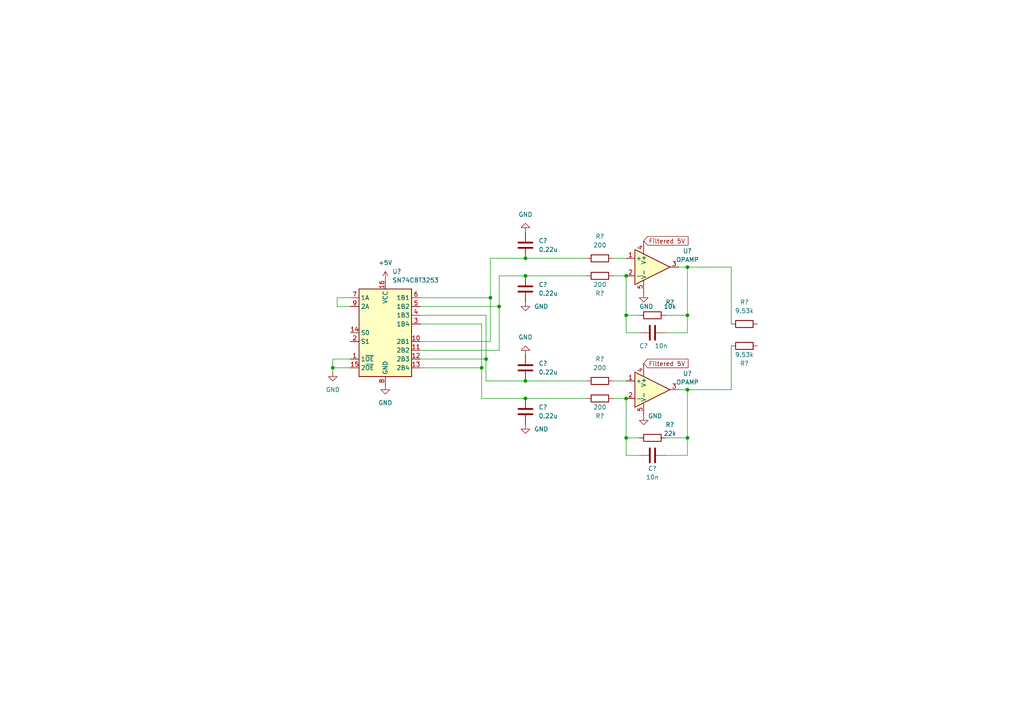
<source format=kicad_sch>
(kicad_sch (version 20211123) (generator eeschema)
  (paper "A4")
  (lib_symbols
    (symbol "Analog_Switch:SN74CBT3253"
      (property "Reference" "U" (at -7.62 13.97 0))
      (property "Value" "SN74CBT3253" (at -11.43 -13.97 0))
      (symbol "SN74CBT3253_0_1"
        (rectangle (start -7.62 12.7) (end 7.62 -12.7) (stroke (width 0.254)) (fill (type background)))
        (rectangle (start 7.62 -12.7) (end 7.62 -12.7))
      )
      (symbol "SN74CBT3253_1_1"
        (pin input line (at -10.16 -7.62 0) (length 2.54) (name "1~{OE}") (number "1"))
        (pin bidirectional line (at 10.16 -2.54 180) (length 2.54) (name "2B1") (number "10"))
        (pin bidirectional line (at 10.16 -5.08 180) (length 2.54) (name "2B2") (number "11"))
        (pin bidirectional line (at 10.16 -7.62 180) (length 2.54) (name "2B3") (number "12"))
        (pin bidirectional line (at 10.16 -10.16 180) (length 2.54) (name "2B4") (number "13"))
        (pin input line (at -10.16 0 0) (length 2.54) (name "S0") (number "14"))
        (pin input line (at -10.16 -10.16 0) (length 2.54) (name "2~{OE}") (number "15"))
        (pin power_in line (at 0 15.24 270) (length 2.54) (name "VCC") (number "16"))
        (pin input line (at -10.16 -2.54 0) (length 2.54) (name "S1") (number "2"))
        (pin bidirectional line (at 10.16 2.54 180) (length 2.54) (name "1B4") (number "3"))
        (pin bidirectional line (at 10.16 5.08 180) (length 2.54) (name "1B3") (number "4"))
        (pin bidirectional line (at 10.16 7.62 180) (length 2.54) (name "1B2") (number "5"))
        (pin bidirectional line (at 10.16 10.16 180) (length 2.54) (name "1B1") (number "6"))
        (pin bidirectional line (at -10.16 10.16 0) (length 2.54) (name "1A") (number "7"))
        (pin power_in line (at 0 -15.24 90) (length 2.54) (name "GND") (number "8"))
        (pin bidirectional line (at -10.16 7.62 0) (length 2.54) (name "2A") (number "9"))
      )
    )
    (symbol "Device:C" (pin_numbers hide) (pin_names (offset 0.254))
      (property "Reference" "C" (at 0.635 2.54 0))
      (property "Value" "C" (at 0.635 -2.54 0))
      (symbol "C_0_1"
        (polyline (pts (xy -2.032 -0.762) (xy 2.032 -0.762)) (stroke (width 0.508)))
        (polyline (pts (xy -2.032 0.762) (xy 2.032 0.762)) (stroke (width 0.508)))
      )
      (symbol "C_1_1"
        (pin passive line (at 0 3.81 270) (length 2.794) (name "~") (number "1"))
        (pin passive line (at 0 -3.81 90) (length 2.794) (name "~") (number "2"))
      )
    )
    (symbol "Device:R" (pin_numbers hide) (pin_names (offset 0))
      (property "Reference" "R" (at 2.032 0 90))
      (property "Value" "R" (at 0 0 90))
      (symbol "R_0_1"
        (rectangle (start -1.016 -2.54) (end 1.016 2.54) (stroke (width 0.254)))
      )
      (symbol "R_1_1"
        (pin passive line (at 0 3.81 270) (length 1.27) (name "~") (number "1"))
        (pin passive line (at 0 -3.81 90) (length 1.27) (name "~") (number "2"))
      )
    )
    (symbol "power:+5V" (power) (pin_names (offset 0))
      (property "Value" "+5V" (at 0 3.556 0))
      (symbol "+5V_0_1"
        (polyline (pts (xy -0.762 1.27) (xy 0 2.54)))
        (polyline (pts (xy 0 0) (xy 0 2.54)))
        (polyline (pts (xy 0 2.54) (xy 0.762 1.27)))
      )
      (symbol "+5V_1_1"
        (pin power_in line (at 0 0 90) (length 0) hide (name "+5V") (number "1"))
      )
    )
    (symbol "power:GND" (power) (pin_names (offset 0))
      (property "Value" "GND" (at 0 -3.81 0))
      (symbol "GND_0_1"
        (polyline (pts (xy 0 0) (xy 0 -1.27) (xy 1.27 -1.27) (xy 0 -2.54) (xy -1.27 -1.27) (xy 0 -1.27)))
      )
      (symbol "GND_1_1"
        (pin power_in line (at 0 0 270) (length 0) hide (name "GND") (number "1"))
      )
    )
    (symbol "pspice:OPAMP" (pin_names (offset 0.254))
      (property "Reference" "U" (at 3.81 3.175 0))
      (property "Value" "OPAMP" (at 3.81 -3.175 0))
      (symbol "OPAMP_0_1"
        (polyline (pts (xy 5.08 0) (xy -5.08 5.08) (xy -5.08 -5.08) (xy 5.08 0)) (stroke (width 0.254)) (fill (type background)))
      )
      (symbol "OPAMP_1_1"
        (pin input line (at -7.62 2.54 0) (length 2.54) (name "+") (number "1"))
        (pin input line (at -7.62 -2.54 0) (length 2.54) (name "-") (number "2"))
        (pin output line (at 7.62 0 180) (length 2.54) (name "~") (number "3"))
        (pin power_in line (at -2.54 7.62 270) (length 3.81) (name "V+") (number "4"))
        (pin power_in line (at -2.54 -7.62 90) (length 3.81) (name "V-") (number "5"))
      )
    )
  )
  (junction (at 142.24 86.36))
  (junction (at 139.7 106.68))
  (junction (at 140.97 104.14))
  (junction (at 152.4 115.57))
  (junction (at 199.39 127))
  (junction (at 181.61 80.01))
  (junction (at 181.61 127))
  (junction (at 199.39 77.47))
  (junction (at 144.78 88.9))
  (junction (at 181.61 115.57))
  (junction (at 152.4 110.49))
  (junction (at 152.4 80.01))
  (junction (at 199.39 113.03))
  (junction (at 199.39 91.44))
  (junction (at 96.52 106.68))
  (junction (at 152.4 74.93))
  (junction (at 181.61 91.44))
  (wire (pts (xy 96.52 106.68) (xy 101.6 106.68)))
  (wire (pts (xy 199.39 113.03) (xy 196.85 113.03)))
  (wire (pts (xy 199.39 127) (xy 199.39 113.03)))
  (wire (pts (xy 142.24 99.06) (xy 142.24 86.36)))
  (wire (pts (xy 199.39 77.47) (xy 196.85 77.47)))
  (wire (pts (xy 139.7 106.68) (xy 139.7 115.57)))
  (wire (pts (xy 140.97 104.14) (xy 140.97 110.49)))
  (wire (pts (xy 181.61 96.52) (xy 185.42 96.52)))
  (wire (pts (xy 96.52 104.14) (xy 96.52 106.68)))
  (wire (pts (xy 121.92 106.68) (xy 139.7 106.68)))
  (wire (pts (xy 181.61 132.08) (xy 181.61 127)))
  (wire (pts (xy 177.8 80.01) (xy 181.61 80.01)))
  (wire (pts (xy 121.92 86.36) (xy 142.24 86.36)))
  (wire (pts (xy 121.92 104.14) (xy 140.97 104.14)))
  (wire (pts (xy 152.4 74.93) (xy 170.18 74.93)))
  (wire (pts (xy 97.79 86.36) (xy 97.79 88.9)))
  (wire (pts (xy 121.92 101.6) (xy 144.78 101.6)))
  (wire (pts (xy 199.39 91.44) (xy 199.39 96.52)))
  (wire (pts (xy 144.78 88.9) (xy 144.78 101.6)))
  (wire (pts (xy 139.7 93.98) (xy 139.7 106.68)))
  (wire (pts (xy 152.4 80.01) (xy 170.18 80.01)))
  (wire (pts (xy 177.8 110.49) (xy 181.61 110.49)))
  (wire (pts (xy 212.09 100.33) (xy 212.09 113.03)))
  (wire (pts (xy 121.92 99.06) (xy 142.24 99.06)))
  (wire (pts (xy 177.8 115.57) (xy 181.61 115.57)))
  (wire (pts (xy 101.6 88.9) (xy 97.79 88.9)))
  (wire (pts (xy 142.24 86.36) (xy 142.24 74.93)))
  (wire (pts (xy 193.04 96.52) (xy 199.39 96.52)))
  (wire (pts (xy 101.6 104.14) (xy 96.52 104.14)))
  (wire (pts (xy 185.42 127) (xy 181.61 127)))
  (wire (pts (xy 181.61 91.44) (xy 185.42 91.44)))
  (wire (pts (xy 97.79 86.36) (xy 101.6 86.36)))
  (wire (pts (xy 193.04 132.08) (xy 199.39 132.08)))
  (wire (pts (xy 199.39 132.08) (xy 199.39 127)))
  (wire (pts (xy 96.52 106.68) (xy 96.52 107.95)))
  (wire (pts (xy 140.97 110.49) (xy 152.4 110.49)))
  (wire (pts (xy 152.4 115.57) (xy 170.18 115.57)))
  (wire (pts (xy 199.39 77.47) (xy 212.09 77.47)))
  (wire (pts (xy 121.92 91.44) (xy 140.97 91.44)))
  (wire (pts (xy 144.78 80.01) (xy 152.4 80.01)))
  (wire (pts (xy 193.04 91.44) (xy 199.39 91.44)))
  (wire (pts (xy 140.97 91.44) (xy 140.97 104.14)))
  (wire (pts (xy 181.61 91.44) (xy 181.61 96.52)))
  (wire (pts (xy 212.09 77.47) (xy 212.09 93.98)))
  (wire (pts (xy 193.04 127) (xy 199.39 127)))
  (wire (pts (xy 121.92 93.98) (xy 139.7 93.98)))
  (wire (pts (xy 181.61 80.01) (xy 181.61 91.44)))
  (wire (pts (xy 199.39 77.47) (xy 199.39 91.44)))
  (wire (pts (xy 177.8 74.93) (xy 181.61 74.93)))
  (wire (pts (xy 199.39 113.03) (xy 212.09 113.03)))
  (wire (pts (xy 142.24 74.93) (xy 152.4 74.93)))
  (wire (pts (xy 139.7 115.57) (xy 152.4 115.57)))
  (wire (pts (xy 121.92 88.9) (xy 144.78 88.9)))
  (wire (pts (xy 181.61 127) (xy 181.61 115.57)))
  (wire (pts (xy 152.4 110.49) (xy 170.18 110.49)))
  (wire (pts (xy 144.78 80.01) (xy 144.78 88.9)))
  (wire (pts (xy 185.42 132.08) (xy 181.61 132.08)))
  (global_label "Filtered 5V" (shape input) (at 186.69 69.85 0) (property "Intersheet References" "${INTERSHEET_REFS}" (effects hide)))
  (global_label "Filtered 5V" (shape input) (at 186.69 105.41 0) (property "Intersheet References" "${INTERSHEET_REFS}" (effects hide)))
  (symbol (lib_id "Device:C") (at 152.4 83.82 180) (unit 1)
    (property "Reference" "C?" (at 156.21 82.5499 0) (effects (justify right)))
    (property "Value" "0.22u" (at 156.21 85.0899 0) (effects (justify right)))
  )
  (symbol (lib_id "Device:C") (at 189.23 96.52 270) (unit 1)
    (property "Reference" "C?" (at 186.69 100.33 90))
    (property "Value" "10n" (at 191.77 100.33 90))
  )
  (symbol (lib_id "Analog_Switch:SN74CBT3253") (at 111.76 96.52 0) (unit 1)
    (property "Reference" "U?" (at 113.7794 78.74 0) (effects (justify left)))
    (property "Value" "SN74CBT3253" (at 113.7794 81.28 0) (effects (justify left)))
    (property "Datasheet" "http://www.ti.com/lit/gpn/sn74cbt3253" (effects hide))
  )
  (symbol (lib_id "Device:R") (at 173.99 74.93 90) (unit 1)
    (property "Reference" "R?" (at 173.99 68.58 90))
    (property "Value" "200" (at 173.99 71.12 90))
  )
  (symbol (lib_id "Device:R") (at 173.99 110.49 90) (unit 1)
    (property "Reference" "R?" (at 173.99 104.14 90))
    (property "Value" "200" (at 173.99 106.68 90))
  )
  (symbol (lib_id "power:+5V") (at 111.76 81.28 0) (unit 1)
    (property "Reference" "#PWR?" (effects hide))
    (property "Value" "+5V" (at 111.76 76.2 0))
  )
  (symbol (lib_id "Device:R") (at 215.9 100.33 270) (unit 1)
    (property "Reference" "R?" (at 215.9 105.41 90))
    (property "Value" "9.53k" (at 215.9 102.87 90))
  )
  (symbol (lib_id "Device:R") (at 173.99 115.57 90) (unit 1)
    (property "Reference" "R?" (at 173.99 120.65 90))
    (property "Value" "200" (at 173.99 118.11 90))
  )
  (symbol (lib_id "power:GND") (at 186.69 85.09 0) (unit 1)
    (property "Reference" "#PWR?" (effects hide))
    (property "Value" "GND" (at 185.42 88.9 0) (effects (justify left)))
  )
  (symbol (lib_id "Device:R") (at 189.23 127 90) (unit 1)
    (property "Reference" "R?" (at 194.31 123.19 90))
    (property "Value" "22k" (at 194.31 125.73 90))
  )
  (symbol (lib_id "power:GND") (at 96.52 107.95 0) (unit 1)
    (property "Reference" "#PWR?" (effects hide))
    (property "Value" "GND" (at 96.52 113.03 0))
  )
  (symbol (lib_id "power:GND") (at 186.69 120.65 0) (unit 1)
    (property "Reference" "#PWR?" (effects hide))
    (property "Value" "GND" (at 187.96 120.65 0) (effects (justify left)))
  )
  (symbol (lib_id "Device:R") (at 189.23 91.44 90) (unit 1)
    (property "Reference" "R?" (at 194.31 87.63 90))
    (property "Value" "10k" (at 194.31 88.9 90))
  )
  (symbol (lib_id "power:GND") (at 111.76 111.76 0) (unit 1)
    (property "Reference" "#PWR?" (effects hide))
    (property "Value" "GND" (at 111.76 116.84 0))
  )
  (symbol (lib_id "Device:R") (at 173.99 80.01 90) (unit 1)
    (property "Reference" "R?" (at 173.99 85.09 90))
    (property "Value" "200" (at 173.99 82.55 90))
  )
  (symbol (lib_id "pspice:OPAMP") (at 189.23 113.03 0) (unit 1)
    (property "Reference" "U?" (at 199.39 108.331 0))
    (property "Value" "OPAMP" (at 199.39 110.871 0))
  )
  (symbol (lib_id "Device:R") (at 215.9 93.98 90) (unit 1)
    (property "Reference" "R?" (at 215.9 87.63 90))
    (property "Value" "9.53k" (at 215.9 90.17 90))
  )
  (symbol (lib_id "Device:C") (at 189.23 132.08 270) (unit 1)
    (property "Reference" "C?" (at 189.23 135.89 90))
    (property "Value" "10n" (at 189.23 138.43 90))
  )
  (symbol (lib_id "Device:C") (at 152.4 71.12 180) (unit 1)
    (property "Reference" "C?" (at 156.21 69.8499 0) (effects (justify right)))
    (property "Value" "0.22u" (at 156.21 72.3899 0) (effects (justify right)))
  )
  (symbol (lib_id "power:GND") (at 152.4 87.63 0) (unit 1)
    (property "Reference" "#PWR?" (effects hide))
    (property "Value" "GND" (at 154.94 88.8999 0) (effects (justify left)))
  )
  (symbol (lib_id "Device:C") (at 152.4 106.68 180) (unit 1)
    (property "Reference" "C?" (at 156.21 105.4099 0) (effects (justify right)))
    (property "Value" "0.22u" (at 156.21 107.9499 0) (effects (justify right)))
  )
  (symbol (lib_id "power:GND") (at 152.4 123.19 0) (unit 1)
    (property "Reference" "#PWR?" (effects hide))
    (property "Value" "GND" (at 154.94 124.4599 0) (effects (justify left)))
  )
  (symbol (lib_id "power:GND") (at 152.4 67.31 180) (unit 1)
    (property "Reference" "#PWR?" (effects hide))
    (property "Value" "GND" (at 152.4 62.23 0))
  )
  (symbol (lib_id "power:GND") (at 152.4 102.87 180) (unit 1)
    (property "Reference" "#PWR?" (effects hide))
    (property "Value" "GND" (at 152.4 97.79 0))
  )
  (symbol (lib_id "pspice:OPAMP") (at 189.23 77.47 0) (unit 1)
    (property "Reference" "U?" (at 199.39 72.771 0))
    (property "Value" "OPAMP" (at 199.39 75.311 0))
  )
  (symbol (lib_id "Device:C") (at 152.4 119.38 180) (unit 1)
    (property "Reference" "C?" (at 156.21 118.1099 0) (effects (justify right)))
    (property "Value" "0.22u" (at 156.21 120.6499 0) (effects (justify right)))
  )
)
</source>
